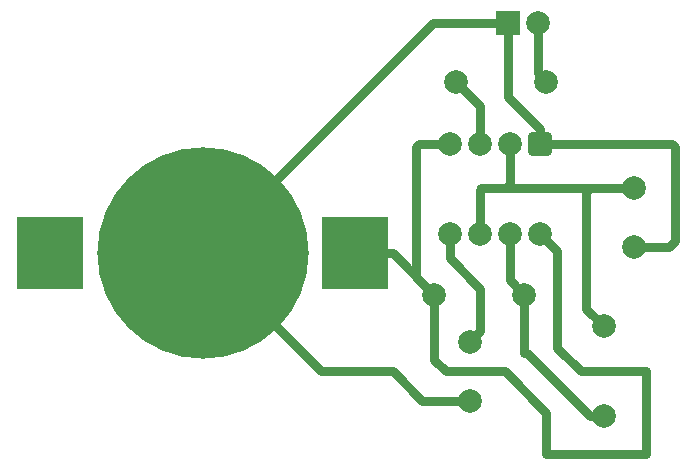
<source format=gbr>
%TF.GenerationSoftware,KiCad,Pcbnew,9.0.7*%
%TF.CreationDate,2026-02-06T14:56:06-05:00*%
%TF.ProjectId,555timerCES,35353574-696d-4657-9243-45532e6b6963,rev?*%
%TF.SameCoordinates,Original*%
%TF.FileFunction,Copper,L1,Top*%
%TF.FilePolarity,Positive*%
%FSLAX46Y46*%
G04 Gerber Fmt 4.6, Leading zero omitted, Abs format (unit mm)*
G04 Created by KiCad (PCBNEW 9.0.7) date 2026-02-06 14:56:06*
%MOMM*%
%LPD*%
G01*
G04 APERTURE LIST*
G04 Aperture macros list*
%AMRoundRect*
0 Rectangle with rounded corners*
0 $1 Rounding radius*
0 $2 $3 $4 $5 $6 $7 $8 $9 X,Y pos of 4 corners*
0 Add a 4 corners polygon primitive as box body*
4,1,4,$2,$3,$4,$5,$6,$7,$8,$9,$2,$3,0*
0 Add four circle primitives for the rounded corners*
1,1,$1+$1,$2,$3*
1,1,$1+$1,$4,$5*
1,1,$1+$1,$6,$7*
1,1,$1+$1,$8,$9*
0 Add four rect primitives between the rounded corners*
20,1,$1+$1,$2,$3,$4,$5,0*
20,1,$1+$1,$4,$5,$6,$7,0*
20,1,$1+$1,$6,$7,$8,$9,0*
20,1,$1+$1,$8,$9,$2,$3,0*%
G04 Aperture macros list end*
%TA.AperFunction,ComponentPad*%
%ADD10C,2.000000*%
%TD*%
%TA.AperFunction,ComponentPad*%
%ADD11R,2.000000X2.000000*%
%TD*%
%TA.AperFunction,ComponentPad*%
%ADD12RoundRect,0.312500X-0.687500X0.687500X-0.687500X-0.687500X0.687500X-0.687500X0.687500X0.687500X0*%
%TD*%
%TA.AperFunction,SMDPad,CuDef*%
%ADD13C,17.900000*%
%TD*%
%TA.AperFunction,SMDPad,CuDef*%
%ADD14R,5.700000X6.100000*%
%TD*%
%TA.AperFunction,Conductor*%
%ADD15C,0.800000*%
%TD*%
G04 APERTURE END LIST*
D10*
%TO.P,C2,1*%
%TO.N,Net-(U1-CV)*%
X228600003Y-93500001D03*
%TO.P,C2,2*%
%TO.N,GND*%
X228600003Y-98500001D03*
%TD*%
%TO.P,R3,1*%
%TO.N,Net-(D1-A)*%
X235100003Y-71500000D03*
%TO.P,R3,2*%
%TO.N,Net-(U1-Q)*%
X227480003Y-71500000D03*
%TD*%
D11*
%TO.P,D1,1,K*%
%TO.N,GND*%
X231830004Y-66499998D03*
D10*
%TO.P,D1,2,A*%
%TO.N,Net-(D1-A)*%
X234370009Y-66500000D03*
%TD*%
D12*
%TO.P,U1,1,GND*%
%TO.N,GND*%
X234545645Y-76764060D03*
D10*
%TO.P,U1,2,TR*%
%TO.N,Net-(U1-THR)*%
X232005640Y-76764058D03*
%TO.P,U1,3,Q*%
%TO.N,Net-(U1-Q)*%
X229465645Y-76764060D03*
%TO.P,U1,4,R*%
%TO.N,+3V0*%
X226925645Y-76764060D03*
%TO.P,U1,5,CV*%
%TO.N,Net-(U1-CV)*%
X226925646Y-84384060D03*
%TO.P,U1,6,THR*%
%TO.N,Net-(U1-THR)*%
X229465648Y-84384063D03*
%TO.P,U1,7,DIS*%
%TO.N,Net-(U1-DIS)*%
X232005646Y-84384060D03*
%TO.P,U1,8,VCC*%
%TO.N,+3V0*%
X234545645Y-84384060D03*
%TD*%
%TO.P,R2,1*%
%TO.N,Net-(U1-DIS)*%
X240000000Y-99809999D03*
%TO.P,R2,2*%
%TO.N,Net-(U1-THR)*%
X240000000Y-92189999D03*
%TD*%
%TO.P,R1,1*%
%TO.N,+3V0*%
X225600000Y-89500000D03*
%TO.P,R1,2*%
%TO.N,Net-(U1-DIS)*%
X233220000Y-89500000D03*
%TD*%
D13*
%TO.P,BT2,N*%
%TO.N,GND*%
X206000000Y-86000000D03*
D14*
%TO.P,BT2,P1*%
%TO.N,+3V0*%
X193100003Y-86000000D03*
%TO.P,BT2,P2*%
X218899997Y-86000000D03*
%TD*%
D10*
%TO.P,C1,1*%
%TO.N,GND*%
X242500000Y-85500000D03*
%TO.P,C1,2*%
%TO.N,Net-(U1-THR)*%
X242500000Y-80500000D03*
%TD*%
D15*
%TO.N,GND*%
X245500000Y-85500000D02*
X242500000Y-85500000D01*
X224600003Y-98500000D02*
X222100003Y-96000000D01*
X225600005Y-66499998D02*
X225600003Y-66500000D01*
X245764060Y-76764060D02*
X246000000Y-77000000D01*
X246000000Y-85000000D02*
X245500000Y-85500000D01*
X231830004Y-72730001D02*
X234545645Y-75445642D01*
X225500000Y-66500000D02*
X206000000Y-86000000D01*
X225600003Y-66500000D02*
X225500000Y-66500000D01*
X231830004Y-66499998D02*
X225600005Y-66499998D01*
X231830004Y-66499998D02*
X231830004Y-72730001D01*
X234545645Y-75445642D02*
X234545645Y-76764060D01*
X246000000Y-77000000D02*
X246000000Y-85000000D01*
X216000000Y-96000000D02*
X206000000Y-86000000D01*
X234545645Y-76764060D02*
X235100003Y-76209702D01*
X228600003Y-98500001D02*
X224600003Y-98500000D01*
X234545645Y-76764060D02*
X245764060Y-76764060D01*
X222100003Y-96000000D02*
X216000000Y-96000000D01*
%TO.N,+3V0*%
X236000000Y-85838415D02*
X236000000Y-94000000D01*
X238000000Y-96000000D02*
X243500000Y-96000000D01*
X236000000Y-94000000D02*
X238000000Y-96000000D01*
X222100000Y-86000000D02*
X218899997Y-86000000D01*
X226925645Y-76764060D02*
X224335943Y-76764060D01*
X224100003Y-77000000D02*
X224100003Y-88000003D01*
X234545645Y-84384060D02*
X236000000Y-85838415D01*
X235100002Y-99499999D02*
X231600003Y-96000000D01*
X243500000Y-103000000D02*
X235100003Y-103000000D01*
X226600003Y-96000000D02*
X225600000Y-94999997D01*
X231600003Y-96000000D02*
X226600003Y-96000000D01*
X224335943Y-76764060D02*
X224100003Y-77000000D01*
X224100003Y-88000003D02*
X225600000Y-89500000D01*
X243500000Y-96000000D02*
X243500000Y-103000000D01*
X225600000Y-89500000D02*
X222100000Y-86000000D01*
X235100003Y-103000000D02*
X235100002Y-103000001D01*
X225600000Y-94999997D02*
X225600000Y-89500000D01*
X235100002Y-103000001D02*
X235100002Y-99499999D01*
%TO.N,Net-(U1-THR)*%
X238500000Y-90689999D02*
X240000000Y-92189999D01*
X238600001Y-80600001D02*
X238500000Y-80700002D01*
X230600003Y-80500000D02*
X238500000Y-80500000D01*
X229465650Y-80634351D02*
X229600000Y-80500001D01*
X232005637Y-80094361D02*
X232005640Y-76764059D01*
X230600003Y-80500000D02*
X231100000Y-80500000D01*
X229465649Y-84384064D02*
X229465650Y-80634351D01*
X231100000Y-80500000D02*
X231600002Y-80499999D01*
X238500000Y-80700002D02*
X238500000Y-90689999D01*
X231600002Y-80499999D02*
X232005637Y-80094361D01*
X238500000Y-80500000D02*
X238600001Y-80600001D01*
X238500000Y-80500000D02*
X242500000Y-80500000D01*
X229600000Y-80500001D02*
X230600003Y-80500000D01*
%TO.N,Net-(U1-CV)*%
X226925646Y-86425646D02*
X229500000Y-89000000D01*
X229500000Y-92600004D02*
X228600003Y-93500001D01*
X226925646Y-84384060D02*
X226925646Y-86425646D01*
X229500000Y-89000000D02*
X229500000Y-92600004D01*
%TO.N,Net-(D1-A)*%
X234370009Y-70770006D02*
X235100003Y-71500000D01*
X234370009Y-66500000D02*
X234370009Y-70770006D01*
X234370009Y-71460006D02*
X234410003Y-71500000D01*
%TO.N,Net-(U1-DIS)*%
X233220000Y-89500000D02*
X233220000Y-94429998D01*
X231790003Y-84599705D02*
X232005647Y-84384060D01*
X233220000Y-94429998D02*
X233429998Y-94429998D01*
X233429998Y-94429998D02*
X238809999Y-99809999D01*
X232005646Y-84384060D02*
X232005646Y-88285646D01*
X232005646Y-88285646D02*
X233220000Y-89500000D01*
X238809999Y-99809999D02*
X240000000Y-99809999D01*
%TO.N,Net-(U1-Q)*%
X229500000Y-73519997D02*
X229500000Y-76729705D01*
X227480003Y-71500000D02*
X229500000Y-73519997D01*
X229500000Y-76729705D02*
X229465645Y-76764060D01*
%TD*%
M02*

</source>
